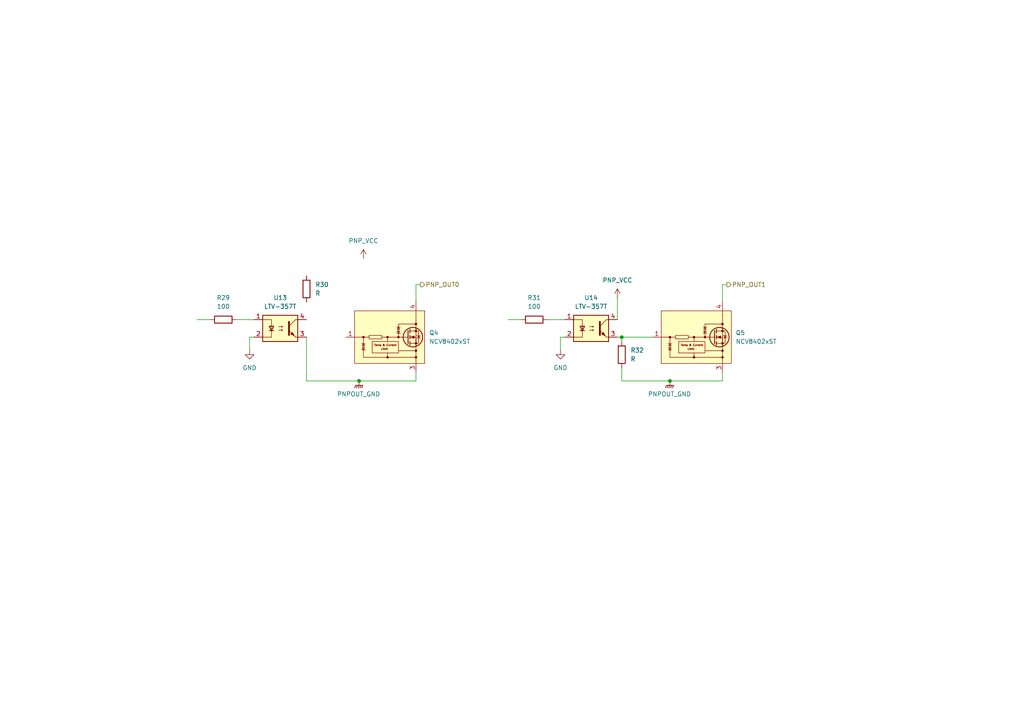
<source format=kicad_sch>
(kicad_sch (version 20250114) (generator "eeschema") (generator_version "9.0")
  (paper "A4")
  (lib_symbols
    (symbol "Device:R" (pin_numbers (hide yes)) (pin_names (offset 0))
      (property "Reference" "R" (at 2.032 0 90))
      (property "Value" "R" (at 0 0 90))
      (symbol "R_0_1"
        (rectangle (start -1.016 -2.54) (end 1.016 2.54) (stroke (width 0.254)))
      )
      (symbol "R_1_1"
        (pin passive line (at 0 3.81 270) (length 1.27) (name "~") (number "1"))
        (pin passive line (at 0 -3.81 90) (length 1.27) (name "~") (number "2"))
      )
    )
    (symbol "Driver_FET:NCV8402xST" (pin_names (offset 0) (hide yes))
      (property "Reference" "Q" (at 5.08 8.89 0))
      (property "Value" "NCV8402xST" (at -11.43 8.89 0))
      (symbol "NCV8402xST_0_0"
        (rectangle (start -10.16 7.62) (end 10.16 -7.62) (fill (type background)))
        (rectangle (start -5.969 0.508) (end -2.286 -0.508))
        (polyline (pts (xy -0.635 -1.27) (xy -0.635 -0.635) (xy -0.635 0)))
        (polyline (pts (xy -0.635 -5.842) (xy -7.62 -5.842) (xy -7.62 0) (xy -6.096 0)))
        (polyline (pts (xy 2.54 0) (xy -2.286 0) (xy -0.889 0)))
        (polyline (pts (xy 2.54 0) (xy 2.54 3.81) (xy 7.62 3.81)))
        (polyline (pts (xy 7.62 2.54) (xy 7.62 7.62)))
        (polyline (pts (xy 7.62 2.54) (xy 7.62 -7.62)))
        (polyline (pts (xy 7.62 -5.842) (xy -0.635 -5.842) (xy -0.635 -4.572)))
        (text "Limit" (at -1.524 -3.429 0) (effects (font (size 0.5334 0.5334))))
        (text "Temp & Current" (at -1.27 -2.286 0) (effects (font (size 0.5334 0.5334))))
      )
      (symbol "NCV8402xST_0_1"
        (polyline (pts (xy -7.62 0) (xy -10.16 0)))
        (rectangle (start -5.08 -1.27) (end 2.54 -4.572))
        (polyline (pts (xy 7.62 -3.937) (xy 2.667 -3.937)))
      )
      (symbol "NCV8402xST_1_1"
        (polyline (pts (xy -8.128 -1.778) (xy -8.001 -1.905) (xy -7.239 -1.905) (xy -7.112 -2.032)))
        (circle (center -7.62 0) (radius 0.2794) (fill (type outline)))
        (polyline (pts (xy -7.62 -1.905) (xy -8.001 -2.54) (xy -7.239 -2.54) (xy -7.62 -1.905)))
        (polyline (pts (xy -7.62 -3.683) (xy -7.239 -3.048) (xy -8.001 -3.048) (xy -7.62 -3.683)))
        (polyline (pts (xy -7.112 -3.81) (xy -7.239 -3.683) (xy -8.001 -3.683) (xy -8.128 -3.556)))
        (circle (center -0.635 0) (radius 0.2794) (fill (type outline)))
        (circle (center -0.635 -5.842) (radius 0.2794) (fill (type outline)))
        (polyline (pts (xy 2.032 3.048) (xy 2.159 2.921) (xy 2.921 2.921) (xy 3.048 2.794)))
        (polyline (pts (xy 2.54 2.921) (xy 2.159 2.286) (xy 2.921 2.286) (xy 2.54 2.921)))
        (polyline (pts (xy 2.54 1.143) (xy 2.921 1.778) (xy 2.159 1.778) (xy 2.54 1.143)))
        (polyline (pts (xy 2.54 0) (xy 5.334 0)))
        (circle (center 2.54 0) (radius 0.2794) (fill (type outline)))
        (polyline (pts (xy 3.048 1.016) (xy 2.921 1.143) (xy 2.159 1.143) (xy 2.032 1.27)))
        (polyline (pts (xy 5.334 1.905) (xy 5.334 -1.905) (xy 5.334 -1.905)) (stroke (width 0.254)))
        (polyline (pts (xy 5.842 2.286) (xy 5.842 1.27)) (stroke (width 0.254)))
        (polyline (pts (xy 5.842 1.778) (xy 7.62 1.778)))
        (polyline (pts (xy 5.842 0.508) (xy 5.842 -0.508)) (stroke (width 0.254)))
        (polyline (pts (xy 5.842 0) (xy 7.62 0)))
        (polyline (pts (xy 5.842 -1.27) (xy 5.842 -2.286)) (stroke (width 0.254)))
        (polyline (pts (xy 5.842 -1.778) (xy 7.62 -1.778)))
        (polyline (pts (xy 6.096 0) (xy 7.112 0.381) (xy 7.112 -0.381) (xy 6.096 0)) (fill (type outline)))
        (circle (center 6.731 0) (radius 2.8194) (stroke (width 0.254)))
        (circle (center 7.62 3.81) (radius 0.2794) (fill (type outline)))
        (polyline (pts (xy 7.62 2.54) (xy 7.62 1.778)))
        (circle (center 7.62 1.778) (radius 0.2794) (fill (type outline)))
        (polyline (pts (xy 7.62 -1.778) (xy 7.62 0)))
        (polyline (pts (xy 7.62 -1.778) (xy 7.62 -2.54)))
        (polyline (pts (xy 7.62 -1.778) (xy 8.382 -1.778) (xy 8.382 1.778) (xy 7.62 1.778)))
        (circle (center 7.62 -1.778) (radius 0.2794) (fill (type outline)))
        (circle (center 7.62 -3.937) (radius 0.2794) (fill (type outline)))
        (circle (center 7.62 -5.842) (radius 0.2794) (fill (type outline)))
        (polyline (pts (xy 7.874 0.508) (xy 8.001 0.381) (xy 8.763 0.381) (xy 8.89 0.254)))
        (polyline (pts (xy 8.382 0.381) (xy 8.001 -0.254) (xy 8.763 -0.254) (xy 8.382 0.381)))
        (pin input line (at -12.7 0 0) (length 2.54) (name "G") (number "1"))
        (pin passive line (at 7.62 10.16 270) (length 2.54) (hide yes) (name "D") (number "2"))
        (pin passive line (at 7.62 10.16 270) (length 2.54) (name "D") (number "4"))
        (pin passive line (at 7.62 -10.16 90) (length 2.54) (name "S") (number "3"))
      )
    )
    (symbol "Isolator:LTV-357T" (pin_names (offset 1.016))
      (property "Reference" "U" (at -5.334 4.826 0))
      (property "Value" "LTV-357T" (at 0 5.08 0))
      (symbol "LTV-357T_0_1"
        (rectangle (start -5.08 3.81) (end 5.08 -3.81) (stroke (width 0.254)) (fill (type background)))
        (polyline (pts (xy -5.08 2.54) (xy -2.54 2.54) (xy -2.54 -0.762)))
        (polyline (pts (xy -3.175 -0.635) (xy -1.905 -0.635)) (stroke (width 0.254)))
        (polyline (pts (xy -2.54 -0.635) (xy -2.54 -2.54) (xy -5.08 -2.54)))
        (polyline (pts (xy -2.54 -0.635) (xy -3.175 0.635) (xy -1.905 0.635) (xy -2.54 -0.635)) (stroke (width 0.254)))
        (polyline (pts (xy -0.508 0.508) (xy 0.762 0.508) (xy 0.381 0.381) (xy 0.381 0.635) (xy 0.762 0.508)))
        (polyline (pts (xy -0.508 -0.508) (xy 0.762 -0.508) (xy 0.381 -0.635) (xy 0.381 -0.381) (xy 0.762 -0.508)))
        (polyline (pts (xy 2.54 1.905) (xy 2.54 -1.905) (xy 2.54 -1.905)) (stroke (width 0.508)))
        (polyline (pts (xy 2.54 0.635) (xy 4.445 2.54)))
        (polyline (pts (xy 3.048 -1.651) (xy 3.556 -1.143) (xy 4.064 -2.159) (xy 3.048 -1.651) (xy 3.048 -1.651)) (fill (type outline)))
        (polyline (pts (xy 4.445 2.54) (xy 5.08 2.54)))
        (polyline (pts (xy 4.445 -2.54) (xy 2.54 -0.635)) (fill (type outline)))
        (polyline (pts (xy 4.445 -2.54) (xy 5.08 -2.54)))
      )
      (symbol "LTV-357T_1_1"
        (pin passive line (at -7.62 2.54 0) (length 2.54) (name "~") (number "1"))
        (pin passive line (at -7.62 -2.54 0) (length 2.54) (name "~") (number "2"))
        (pin passive line (at 7.62 2.54 180) (length 2.54) (name "~") (number "4"))
        (pin passive line (at 7.62 -2.54 180) (length 2.54) (name "~") (number "3"))
      )
    )
    (symbol "power:GND" (power) (pin_numbers (hide yes)) (pin_names (offset 0) (hide yes))
      (property "Value" "GND" (at 0 -3.81 0))
      (symbol "GND_0_1"
        (polyline (pts (xy 0 0) (xy 0 -1.27) (xy 1.27 -1.27) (xy 0 -2.54) (xy -1.27 -1.27) (xy 0 -1.27)))
      )
      (symbol "GND_1_1"
        (pin power_in line (at 0 0 270) (length 0) (name "~") (number "1"))
      )
    )
    (symbol "power:GNDPWR" (power) (pin_numbers (hide yes)) (pin_names (offset 0) (hide yes))
      (property "Value" "GNDPWR" (at 0 -3.302 0))
      (symbol "GNDPWR_0_1"
        (polyline (pts (xy -1.016 -1.27) (xy -1.27 -2.032) (xy -1.27 -2.032)) (stroke (width 0.2032)))
        (polyline (pts (xy -0.508 -1.27) (xy -0.762 -2.032) (xy -0.762 -2.032)) (stroke (width 0.2032)))
        (polyline (pts (xy 0 -1.27) (xy 0 0)))
        (polyline (pts (xy 0 -1.27) (xy -0.254 -2.032) (xy -0.254 -2.032)) (stroke (width 0.2032)))
        (polyline (pts (xy 0.508 -1.27) (xy 0.254 -2.032) (xy 0.254 -2.032)) (stroke (width 0.2032)))
        (polyline (pts (xy 1.016 -1.27) (xy -1.016 -1.27) (xy -1.016 -1.27)) (stroke (width 0.2032)))
        (polyline (pts (xy 1.016 -1.27) (xy 0.762 -2.032) (xy 0.762 -2.032) (xy 0.762 -2.032)) (stroke (width 0.2032)))
      )
      (symbol "GNDPWR_1_1"
        (pin power_in line (at 0 0 270) (length 0) (name "~") (number "1"))
      )
    )
    (symbol "power:VCC" (power) (pin_numbers (hide yes)) (pin_names (offset 0) (hide yes))
      (property "Value" "VCC" (at 0 3.556 0))
      (symbol "VCC_0_1"
        (polyline (pts (xy -0.762 1.27) (xy 0 2.54)))
        (polyline (pts (xy 0 2.54) (xy 0.762 1.27)))
        (polyline (pts (xy 0 0) (xy 0 2.54)))
      )
      (symbol "VCC_1_1"
        (pin power_in line (at 0 0 90) (length 0) (name "~") (number "1"))
      )
    )
  )
  (junction (at 194.31 110.49))
  (junction (at 180.34 97.79))
  (junction (at 104.14 110.49))
  (wire (pts (xy 147.32 92.71) (xy 151.13 92.71)))
  (wire (pts (xy 104.14 110.49) (xy 120.65 110.49)))
  (wire (pts (xy 68.58 92.71) (xy 73.66 92.71)))
  (wire (pts (xy 162.56 101.6) (xy 162.56 97.79)))
  (wire (pts (xy 120.65 82.55) (xy 121.92 82.55)))
  (wire (pts (xy 158.75 92.71) (xy 163.83 92.71)))
  (wire (pts (xy 88.9 110.49) (xy 104.14 110.49)))
  (wire (pts (xy 162.56 97.79) (xy 163.83 97.79)))
  (wire (pts (xy 179.07 86.36) (xy 179.07 92.71)))
  (wire (pts (xy 72.39 101.6) (xy 72.39 97.79)))
  (wire (pts (xy 209.55 82.55) (xy 209.55 87.63)))
  (wire (pts (xy 180.34 97.79) (xy 180.34 99.06)))
  (wire (pts (xy 180.34 97.79) (xy 189.23 97.79)))
  (wire (pts (xy 57.15 92.71) (xy 60.96 92.71)))
  (wire (pts (xy 180.34 110.49) (xy 194.31 110.49)))
  (wire (pts (xy 209.55 82.55) (xy 210.82 82.55)))
  (wire (pts (xy 72.39 97.79) (xy 73.66 97.79)))
  (wire (pts (xy 179.07 97.79) (xy 180.34 97.79)))
  (wire (pts (xy 88.9 97.79) (xy 88.9 110.49)))
  (wire (pts (xy 194.31 110.49) (xy 209.55 110.49)))
  (wire (pts (xy 120.65 110.49) (xy 120.65 107.95)))
  (wire (pts (xy 180.34 106.68) (xy 180.34 110.49)))
  (wire (pts (xy 209.55 110.49) (xy 209.55 107.95)))
  (wire (pts (xy 120.65 87.63) (xy 120.65 82.55)))
  (hierarchical_label "PNP_OUT1" (shape output) (at 210.82 82.55 0))
  (hierarchical_label "PNP_OUT0" (shape output) (at 121.92 82.55 0))
  (symbol (lib_id "Driver_FET:NCV8402xST") (at 201.93 97.79 0) (unit 1)
    (property "Reference" "Q5" (at 213.36 96.5199 0) (effects (justify left)))
    (property "Value" "NCV8402xST" (at 213.36 99.0599 0) (effects (justify left)))
    (property "Footprint" "Package_TO_SOT_SMD:SOT-223" (effects (hide yes)))
    (property "Datasheet" "https://www.onsemi.com/pub/Collateral/NCV8402-D.PDF" (effects (hide yes)))
    (property "Description" "Self-Protected Low Side Driver with Temperature and Current Limit, SOT−223" (effects (hide yes)))
  )
  (symbol (lib_id "Isolator:LTV-357T") (at 171.45 95.25 0) (unit 1)
    (property "Reference" "U14" (at 171.45 86.36 0))
    (property "Value" "LTV-357T" (at 171.45 88.9 0))
    (property "Footprint" "Package_SO:SO-4_4.4x3.6mm_P2.54mm" (effects (hide yes)))
    (property "Datasheet" "https://www.buerklin.com/medias/sys_master/download/download/h91/ha0/8892020588574.pdf" (effects (hide yes)))
    (property "Description" "DC Optocoupler, Vce 35V, CTR 50%, SO-4" (effects (hide yes)))
  )
  (symbol (lib_id "power:GNDPWR") (at 194.31 110.49 0) (unit 1)
    (property "Reference" "#PWR058" (effects (hide yes)))
    (property "Value" "PNPOUT_GND" (at 194.183 114.3 0))
    (property "Description" "Power symbol creates a global label with name \"GNDPWR\" , global ground" (effects (hide yes)))
  )
  (symbol (lib_id "power:GND") (at 162.56 101.6 0) (unit 1)
    (property "Reference" "#PWR056" (effects (hide yes)))
    (property "Value" "GND" (at 162.56 106.68 0))
    (property "Description" "Power symbol creates a global label with name \"GND\" , ground" (effects (hide yes)))
  )
  (symbol (lib_id "Device:R") (at 88.9 83.82 0) (unit 1)
    (property "Reference" "R30" (at 91.44 82.5499 0) (effects (justify left)))
    (property "Value" "R" (at 91.44 85.0899 0) (effects (justify left)))
    (property "Description" "Resistor" (effects (hide yes)))
  )
  (symbol (lib_id "power:GNDPWR") (at 104.14 110.49 0) (unit 1)
    (property "Reference" "#PWR059" (effects (hide yes)))
    (property "Value" "PNPOUT_GND" (at 104.013 114.3 0))
    (property "Description" "Power symbol creates a global label with name \"GNDPWR\" , global ground" (effects (hide yes)))
  )
  (symbol (lib_id "Driver_FET:NCV8402xST") (at 113.03 97.79 0) (unit 1)
    (property "Reference" "Q4" (at 124.46 96.5199 0) (effects (justify left)))
    (property "Value" "NCV8402xST" (at 124.46 99.0599 0) (effects (justify left)))
    (property "Footprint" "Package_TO_SOT_SMD:SOT-223" (effects (hide yes)))
    (property "Datasheet" "https://www.onsemi.com/pub/Collateral/NCV8402-D.PDF" (effects (hide yes)))
    (property "Description" "Self-Protected Low Side Driver with Temperature and Current Limit, SOT−223" (effects (hide yes)))
  )
  (symbol (lib_id "Device:R") (at 154.94 92.71 90) (unit 1)
    (property "Reference" "R31" (at 154.94 86.36 90))
    (property "Value" "100" (at 154.94 88.9 90))
    (property "Description" "Resistor" (effects (hide yes)))
  )
  (symbol (lib_id "power:GND") (at 72.39 101.6 0) (unit 1)
    (property "Reference" "#PWR033" (effects (hide yes)))
    (property "Value" "GND" (at 72.39 106.68 0))
    (property "Description" "Power symbol creates a global label with name \"GND\" , ground" (effects (hide yes)))
  )
  (symbol (lib_id "Device:R") (at 64.77 92.71 90) (unit 1)
    (property "Reference" "R29" (at 64.77 86.36 90))
    (property "Value" "100" (at 64.77 88.9 90))
    (property "Description" "Resistor" (effects (hide yes)))
  )
  (symbol (lib_id "Device:R") (at 180.34 102.87 0) (unit 1)
    (property "Reference" "R32" (at 182.88 101.5999 0) (effects (justify left)))
    (property "Value" "R" (at 182.88 104.1399 0) (effects (justify left)))
    (property "Description" "Resistor" (effects (hide yes)))
  )
  (symbol (lib_id "power:VCC") (at 105.41 74.93 0) (unit 1)
    (property "Reference" "#PWR051" (effects (hide yes)))
    (property "Value" "PNP_VCC" (at 105.41 69.85 0))
    (property "Description" "Power symbol creates a global label with name \"VCC\"" (effects (hide yes)))
  )
  (symbol (lib_id "Isolator:LTV-357T") (at 81.28 95.25 0) (unit 1)
    (property "Reference" "U13" (at 81.28 86.36 0))
    (property "Value" "LTV-357T" (at 81.28 88.9 0))
    (property "Footprint" "Package_SO:SO-4_4.4x3.6mm_P2.54mm" (effects (hide yes)))
    (property "Datasheet" "https://www.buerklin.com/medias/sys_master/download/download/h91/ha0/8892020588574.pdf" (effects (hide yes)))
    (property "Description" "DC Optocoupler, Vce 35V, CTR 50%, SO-4" (effects (hide yes)))
  )
  (symbol (lib_id "power:VCC") (at 179.07 86.36 0) (unit 1)
    (property "Reference" "#PWR057" (effects (hide yes)))
    (property "Value" "PNP_VCC" (at 179.07 81.28 0))
    (property "Description" "Power symbol creates a global label with name \"VCC\"" (effects (hide yes)))
  )
)
</source>
